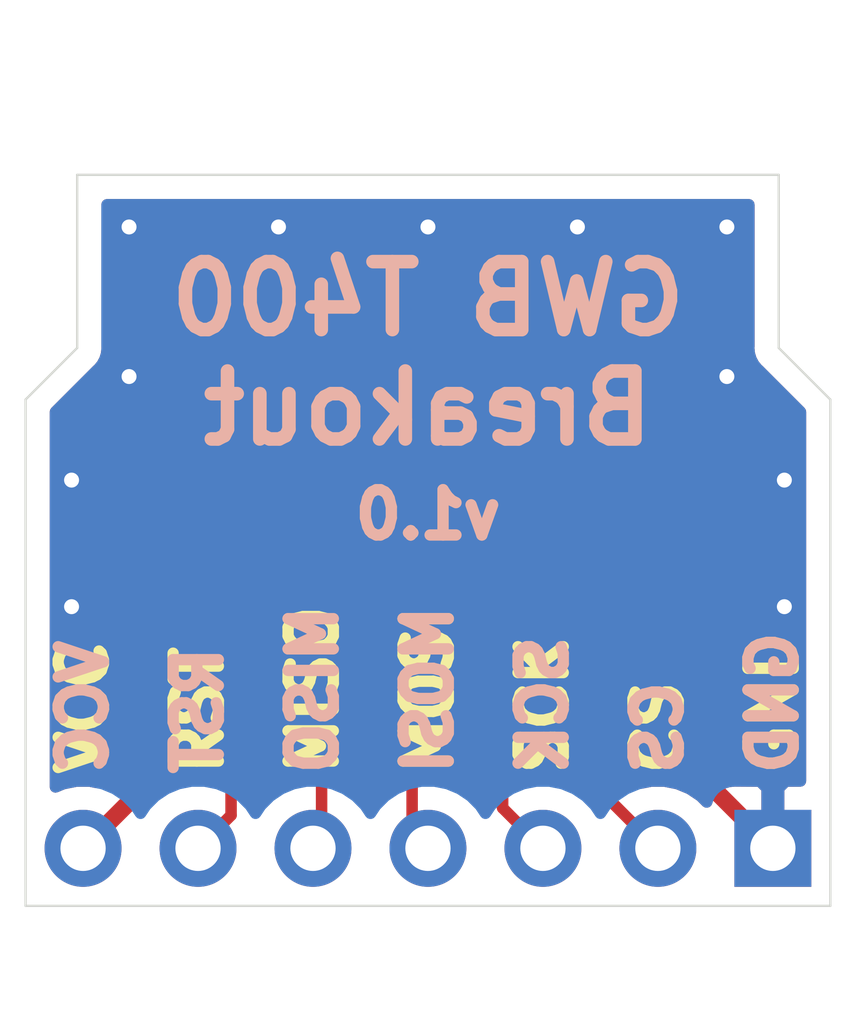
<source format=kicad_pcb>
(kicad_pcb (version 20171130) (host pcbnew "(5.1.10-1-10_14)")

  (general
    (thickness 1.6)
    (drawings 24)
    (tracks 25)
    (zones 0)
    (modules 2)
    (nets 8)
  )

  (page A4)
  (layers
    (0 F.Cu signal)
    (31 B.Cu signal)
    (32 B.Adhes user)
    (33 F.Adhes user)
    (34 B.Paste user)
    (35 F.Paste user)
    (36 B.SilkS user)
    (37 F.SilkS user)
    (38 B.Mask user)
    (39 F.Mask user)
    (40 Dwgs.User user)
    (41 Cmts.User user)
    (42 Eco1.User user)
    (43 Eco2.User user)
    (44 Edge.Cuts user)
    (45 Margin user)
    (46 B.CrtYd user)
    (47 F.CrtYd user)
    (48 B.Fab user)
    (49 F.Fab user)
  )

  (setup
    (last_trace_width 0.1524)
    (user_trace_width 0.254)
    (user_trace_width 0.381)
    (trace_clearance 0.1524)
    (zone_clearance 0.508)
    (zone_45_only no)
    (trace_min 0.1524)
    (via_size 0.6858)
    (via_drill 0.3302)
    (via_min_size 0.6858)
    (via_min_drill 0.3302)
    (uvia_size 0.6858)
    (uvia_drill 0.3302)
    (uvias_allowed no)
    (uvia_min_size 0.6858)
    (uvia_min_drill 0.3302)
    (edge_width 0.05)
    (segment_width 0.2)
    (pcb_text_width 0.3)
    (pcb_text_size 1.5 1.5)
    (mod_edge_width 0.12)
    (mod_text_size 1 1)
    (mod_text_width 0.15)
    (pad_size 1.524 1.524)
    (pad_drill 0.762)
    (pad_to_mask_clearance 0.0508)
    (solder_mask_min_width 0.0508)
    (aux_axis_origin 0 0)
    (visible_elements FFFFFF7F)
    (pcbplotparams
      (layerselection 0x010fc_ffffffff)
      (usegerberextensions false)
      (usegerberattributes true)
      (usegerberadvancedattributes true)
      (creategerberjobfile true)
      (excludeedgelayer true)
      (linewidth 0.100000)
      (plotframeref false)
      (viasonmask false)
      (mode 1)
      (useauxorigin false)
      (hpglpennumber 1)
      (hpglpenspeed 20)
      (hpglpendiameter 15.000000)
      (psnegative false)
      (psa4output false)
      (plotreference true)
      (plotvalue true)
      (plotinvisibletext false)
      (padsonsilk false)
      (subtractmaskfromsilk false)
      (outputformat 1)
      (mirror false)
      (drillshape 1)
      (scaleselection 1)
      (outputdirectory ""))
  )

  (net 0 "")
  (net 1 "Net-(J1-Pad1)")
  (net 2 "Net-(J1-Pad2)")
  (net 3 "Net-(J1-Pad3)")
  (net 4 "Net-(J1-Pad4)")
  (net 5 "Net-(J1-Pad5)")
  (net 6 "Net-(J1-Pad6)")
  (net 7 "Net-(J1-Pad7)")

  (net_class Default "This is the default net class."
    (clearance 0.1524)
    (trace_width 0.1524)
    (via_dia 0.6858)
    (via_drill 0.3302)
    (uvia_dia 0.6858)
    (uvia_drill 0.3302)
    (add_net "Net-(J1-Pad1)")
    (add_net "Net-(J1-Pad2)")
    (add_net "Net-(J1-Pad3)")
    (add_net "Net-(J1-Pad4)")
    (add_net "Net-(J1-Pad5)")
    (add_net "Net-(J1-Pad6)")
    (add_net "Net-(J1-Pad7)")
  )

  (module gwb-t400-breakout:PinHeader_1x07_P2.54mm_Vertical (layer F.Cu) (tedit 615E39AD) (tstamp 615AC281)
    (at 140.97 134.366 270)
    (descr "Through hole straight pin header, 1x07, 2.54mm pitch, single row")
    (tags "Through hole pin header THT 1x07 2.54mm single row")
    (path /615A57F6)
    (fp_text reference J1 (at 3.048 -1.143 180) (layer F.Fab)
      (effects (font (size 1 1) (thickness 0.15)))
    )
    (fp_text value Conn_01x07_Male (at 3.048 7.493 180) (layer F.Fab)
      (effects (font (size 1 1) (thickness 0.15)))
    )
    (fp_line (start 1.8 -1.8) (end -1.8 -1.8) (layer F.CrtYd) (width 0.05))
    (fp_line (start 1.8 17.05) (end 1.8 -1.8) (layer F.CrtYd) (width 0.05))
    (fp_line (start -1.8 17.05) (end 1.8 17.05) (layer F.CrtYd) (width 0.05))
    (fp_line (start -1.8 -1.8) (end -1.8 17.05) (layer F.CrtYd) (width 0.05))
    (fp_line (start -1.27 -0.635) (end -0.635 -1.27) (layer F.Fab) (width 0.1))
    (fp_line (start -1.27 16.51) (end -1.27 -0.635) (layer F.Fab) (width 0.1))
    (fp_line (start 1.27 16.51) (end -1.27 16.51) (layer F.Fab) (width 0.1))
    (fp_line (start 1.27 -1.27) (end 1.27 16.51) (layer F.Fab) (width 0.1))
    (fp_line (start -0.635 -1.27) (end 1.27 -1.27) (layer F.Fab) (width 0.1))
    (fp_text user %R (at 0 7.62) (layer F.Fab)
      (effects (font (size 1 1) (thickness 0.15)))
    )
    (pad 7 thru_hole oval (at 0 15.24 270) (size 1.7 1.7) (drill 1) (layers *.Cu *.Mask)
      (net 7 "Net-(J1-Pad7)"))
    (pad 6 thru_hole oval (at 0 12.7 270) (size 1.7 1.7) (drill 1) (layers *.Cu *.Mask)
      (net 6 "Net-(J1-Pad6)"))
    (pad 5 thru_hole oval (at 0 10.16 270) (size 1.7 1.7) (drill 1) (layers *.Cu *.Mask)
      (net 5 "Net-(J1-Pad5)"))
    (pad 4 thru_hole oval (at 0 7.62 270) (size 1.7 1.7) (drill 1) (layers *.Cu *.Mask)
      (net 4 "Net-(J1-Pad4)"))
    (pad 3 thru_hole oval (at 0 5.08 270) (size 1.7 1.7) (drill 1) (layers *.Cu *.Mask)
      (net 3 "Net-(J1-Pad3)"))
    (pad 2 thru_hole oval (at 0 2.54 270) (size 1.7 1.7) (drill 1) (layers *.Cu *.Mask)
      (net 2 "Net-(J1-Pad2)"))
    (pad 1 thru_hole rect (at 0 0 270) (size 1.7 1.7) (drill 1) (layers *.Cu *.Mask)
      (net 1 "Net-(J1-Pad1)"))
    (model ${KISYS3DMOD}/Connector_PinHeader_2.54mm.3dshapes/PinHeader_1x07_P2.54mm_Vertical.wrl
      (at (xyz 0 0 0))
      (scale (xyz 1 1 1))
      (rotate (xyz 0 0 0))
    )
  )

  (module gwb-t400-breakout:gwb_module (layer F.Cu) (tedit 615A6ACC) (tstamp 615AC3F2)
    (at 127 127)
    (path /615B2D20)
    (fp_text reference U1 (at -1 -3.81) (layer F.Fab)
      (effects (font (size 1 1) (thickness 0.15)) (justify left))
    )
    (fp_text value gwb-module (at -1 -6.35) (layer F.Fab)
      (effects (font (size 1 1) (thickness 0.15)) (justify left))
    )
    (fp_line (start -1.4 -7.5) (end 14.1 -7.5) (layer F.Fab) (width 0.12))
    (fp_line (start -1.4 0) (end 14.1 0) (layer F.Fab) (width 0.12))
    (fp_line (start -1.4 -11.3) (end 14.1 -11.3) (layer F.Fab) (width 0.12))
    (fp_line (start 14.1 0) (end 14.1 -11.3) (layer F.Fab) (width 0.12))
    (fp_line (start -1.4 0) (end -1.4 -11.3) (layer F.Fab) (width 0.12))
    (fp_circle (center 2.6 -9.8) (end 3.6 -9.8) (layer F.Fab) (width 0.12))
    (pad 1 smd rect (at 0 0) (size 1 3) (layers F.Cu F.Paste F.Mask)
      (net 7 "Net-(J1-Pad7)"))
    (pad 2 smd rect (at 2 0) (size 1 3) (layers F.Cu F.Paste F.Mask)
      (net 6 "Net-(J1-Pad6)"))
    (pad 3 smd rect (at 4 0) (size 1 3) (layers F.Cu F.Paste F.Mask)
      (net 5 "Net-(J1-Pad5)"))
    (pad 4 smd rect (at 6 0) (size 1 3) (layers F.Cu F.Paste F.Mask)
      (net 4 "Net-(J1-Pad4)"))
    (pad 5 smd rect (at 8 0) (size 1 3) (layers F.Cu F.Paste F.Mask)
      (net 3 "Net-(J1-Pad3)"))
    (pad 6 smd rect (at 10 0) (size 1 3) (layers F.Cu F.Paste F.Mask)
      (net 2 "Net-(J1-Pad2)"))
    (pad 7 smd rect (at 12 0) (size 1 3) (layers F.Cu F.Paste F.Mask)
      (net 1 "Net-(J1-Pad1)"))
  )

  (gr_text v1.0 (at 133.35 127) (layer B.SilkS)
    (effects (font (size 1 1) (thickness 0.25)) (justify mirror))
  )
  (gr_text GND (at 140.97 132.842 90) (layer B.SilkS) (tstamp 615EA44A)
    (effects (font (size 1 1) (thickness 0.25)) (justify right mirror))
  )
  (gr_text CS (at 138.43 132.842 90) (layer B.SilkS) (tstamp 615EA446)
    (effects (font (size 1 1) (thickness 0.25)) (justify right mirror))
  )
  (gr_text SCK (at 135.89 132.842 90) (layer B.SilkS) (tstamp 615EA442)
    (effects (font (size 1 1) (thickness 0.25)) (justify right mirror))
  )
  (gr_text MOSI (at 133.35 132.842 90) (layer B.SilkS) (tstamp 615EA43E)
    (effects (font (size 1 1) (thickness 0.25)) (justify right mirror))
  )
  (gr_text MISO (at 130.81 132.842 90) (layer B.SilkS) (tstamp 615EA43A)
    (effects (font (size 1 1) (thickness 0.25)) (justify right mirror))
  )
  (gr_text RST (at 128.27 132.842 90) (layer B.SilkS) (tstamp 615EA436)
    (effects (font (size 1 1) (thickness 0.25)) (justify right mirror))
  )
  (gr_text VCC (at 125.73 132.842 90) (layer B.SilkS) (tstamp 615EA432)
    (effects (font (size 1 1) (thickness 0.25)) (justify right mirror))
  )
  (gr_text "GWB T400\nBreakout" (at 133.35 123.444) (layer B.SilkS)
    (effects (font (size 1.5 1.5) (thickness 0.3)) (justify mirror))
  )
  (gr_line (start 124.46 135.636) (end 142.24 135.636) (layer Edge.Cuts) (width 0.05))
  (gr_line (start 124.46 124.46) (end 124.46 135.636) (layer Edge.Cuts) (width 0.05))
  (gr_line (start 124.46 124.46) (end 125.60046 123.31954) (layer Edge.Cuts) (width 0.05))
  (gr_line (start 125.60046 123.31954) (end 125.60046 119.49938) (layer Edge.Cuts) (width 0.05))
  (gr_line (start 141.09954 119.49938) (end 125.60046 119.49938) (layer Edge.Cuts) (width 0.05))
  (gr_line (start 141.09954 123.31954) (end 141.09954 119.49938) (layer Edge.Cuts) (width 0.05))
  (gr_line (start 142.24 124.46) (end 141.09954 123.31954) (layer Edge.Cuts) (width 0.05))
  (gr_line (start 142.24 124.46) (end 142.24 135.636) (layer Edge.Cuts) (width 0.05))
  (gr_text GND (at 140.97 132.842 90) (layer F.SilkS)
    (effects (font (size 1 1) (thickness 0.25)) (justify left))
  )
  (gr_text CS (at 138.43 132.842 90) (layer F.SilkS)
    (effects (font (size 1 1) (thickness 0.25)) (justify left))
  )
  (gr_text SCK (at 135.89 132.842 90) (layer F.SilkS)
    (effects (font (size 1 1) (thickness 0.25)) (justify left))
  )
  (gr_text MOSI (at 133.35 132.842 90) (layer F.SilkS)
    (effects (font (size 1 1) (thickness 0.25)) (justify left))
  )
  (gr_text MISO (at 130.81 132.842 90) (layer F.SilkS)
    (effects (font (size 1 1) (thickness 0.25)) (justify left))
  )
  (gr_text RST (at 128.27 132.842 90) (layer F.SilkS)
    (effects (font (size 1 1) (thickness 0.25)) (justify left))
  )
  (gr_text VCC (at 125.73 132.842 90) (layer F.SilkS)
    (effects (font (size 1 1) (thickness 0.25)) (justify left))
  )

  (segment (start 139 132.396) (end 140.97 134.366) (width 0.381) (layer F.Cu) (net 1))
  (segment (start 139 127) (end 139 132.396) (width 0.381) (layer F.Cu) (net 1))
  (via (at 133.35 120.65) (size 0.6858) (drill 0.3302) (layers F.Cu B.Cu) (net 1))
  (via (at 130.048 120.65) (size 0.6858) (drill 0.3302) (layers F.Cu B.Cu) (net 1))
  (via (at 126.746 120.65) (size 0.6858) (drill 0.3302) (layers F.Cu B.Cu) (net 1))
  (via (at 126.746 123.952) (size 0.6858) (drill 0.3302) (layers F.Cu B.Cu) (net 1))
  (via (at 136.652 120.65) (size 0.6858) (drill 0.3302) (layers F.Cu B.Cu) (net 1))
  (via (at 139.954 120.65) (size 0.6858) (drill 0.3302) (layers F.Cu B.Cu) (net 1))
  (via (at 139.954 123.952) (size 0.6858) (drill 0.3302) (layers F.Cu B.Cu) (net 1))
  (via (at 141.224 129.032) (size 0.6858) (drill 0.3302) (layers F.Cu B.Cu) (net 1))
  (via (at 125.476 129.032) (size 0.6858) (drill 0.3302) (layers F.Cu B.Cu) (net 1))
  (via (at 141.224 126.238) (size 0.6858) (drill 0.3302) (layers F.Cu B.Cu) (net 1) (tstamp 615EA68A))
  (via (at 125.476 126.238) (size 0.6858) (drill 0.3302) (layers F.Cu B.Cu) (net 1) (tstamp 615EABAB))
  (segment (start 137 132.936) (end 138.43 134.366) (width 0.254) (layer F.Cu) (net 2))
  (segment (start 137 127) (end 137 132.936) (width 0.254) (layer F.Cu) (net 2))
  (segment (start 135 133.476) (end 135.89 134.366) (width 0.254) (layer F.Cu) (net 3))
  (segment (start 135 127) (end 135 133.476) (width 0.254) (layer F.Cu) (net 3))
  (segment (start 133 134.016) (end 133.35 134.366) (width 0.254) (layer F.Cu) (net 4))
  (segment (start 133 127) (end 133 134.016) (width 0.254) (layer F.Cu) (net 4))
  (segment (start 131 134.176) (end 130.81 134.366) (width 0.254) (layer F.Cu) (net 5))
  (segment (start 131 127) (end 131 134.176) (width 0.254) (layer F.Cu) (net 5))
  (segment (start 129 133.636) (end 128.27 134.366) (width 0.254) (layer F.Cu) (net 6))
  (segment (start 129 127) (end 129 133.636) (width 0.254) (layer F.Cu) (net 6))
  (segment (start 127 133.096) (end 125.73 134.366) (width 0.381) (layer F.Cu) (net 7))
  (segment (start 127 127) (end 127 133.096) (width 0.381) (layer F.Cu) (net 7))

  (zone (net 1) (net_name "Net-(J1-Pad1)") (layer F.Cu) (tstamp 0) (hatch edge 0.508)
    (connect_pads (clearance 0.508))
    (min_thickness 0.254)
    (fill yes (arc_segments 32) (thermal_gap 0.508) (thermal_bridge_width 0.508))
    (polygon
      (pts
        (xy 142.494 135.89) (xy 124.206 135.89) (xy 124.206 119.126) (xy 142.621 119.126)
      )
    )
    (filled_polygon
      (pts
        (xy 140.43954 123.287131) (xy 140.436348 123.31954) (xy 140.43954 123.351949) (xy 140.43954 123.351958) (xy 140.44909 123.448922)
        (xy 140.48683 123.573332) (xy 140.548115 123.68799) (xy 140.596229 123.746616) (xy 140.630592 123.788488) (xy 140.655776 123.809156)
        (xy 141.58 124.733381) (xy 141.580001 132.879235) (xy 141.25575 132.881) (xy 141.097 133.03975) (xy 141.097 134.239)
        (xy 141.117 134.239) (xy 141.117 134.493) (xy 141.097 134.493) (xy 141.097 134.513) (xy 140.843 134.513)
        (xy 140.843 134.493) (xy 140.823 134.493) (xy 140.823 134.239) (xy 140.843 134.239) (xy 140.843 133.03975)
        (xy 140.68425 132.881) (xy 140.12 132.877928) (xy 139.995518 132.890188) (xy 139.87582 132.926498) (xy 139.765506 132.985463)
        (xy 139.668815 133.064815) (xy 139.589463 133.161506) (xy 139.530498 133.27182) (xy 139.508487 133.34438) (xy 139.376632 133.212525)
        (xy 139.133411 133.05001) (xy 138.863158 132.938068) (xy 138.57626 132.881) (xy 138.28374 132.881) (xy 138.065952 132.924321)
        (xy 137.762 132.62037) (xy 137.762 129.079977) (xy 137.854494 129.030537) (xy 137.951185 128.951185) (xy 138 128.891704)
        (xy 138.048815 128.951185) (xy 138.145506 129.030537) (xy 138.25582 129.089502) (xy 138.375518 129.125812) (xy 138.5 129.138072)
        (xy 138.71425 129.135) (xy 138.873 128.97625) (xy 138.873 127.127) (xy 139.127 127.127) (xy 139.127 128.97625)
        (xy 139.28575 129.135) (xy 139.5 129.138072) (xy 139.624482 129.125812) (xy 139.74418 129.089502) (xy 139.854494 129.030537)
        (xy 139.951185 128.951185) (xy 140.030537 128.854494) (xy 140.089502 128.74418) (xy 140.125812 128.624482) (xy 140.138072 128.5)
        (xy 140.135 127.28575) (xy 139.97625 127.127) (xy 139.127 127.127) (xy 138.873 127.127) (xy 138.853 127.127)
        (xy 138.853 126.873) (xy 138.873 126.873) (xy 138.873 125.02375) (xy 139.127 125.02375) (xy 139.127 126.873)
        (xy 139.97625 126.873) (xy 140.135 126.71425) (xy 140.138072 125.5) (xy 140.125812 125.375518) (xy 140.089502 125.25582)
        (xy 140.030537 125.145506) (xy 139.951185 125.048815) (xy 139.854494 124.969463) (xy 139.74418 124.910498) (xy 139.624482 124.874188)
        (xy 139.5 124.861928) (xy 139.28575 124.865) (xy 139.127 125.02375) (xy 138.873 125.02375) (xy 138.71425 124.865)
        (xy 138.5 124.861928) (xy 138.375518 124.874188) (xy 138.25582 124.910498) (xy 138.145506 124.969463) (xy 138.048815 125.048815)
        (xy 138 125.108296) (xy 137.951185 125.048815) (xy 137.854494 124.969463) (xy 137.74418 124.910498) (xy 137.624482 124.874188)
        (xy 137.5 124.861928) (xy 136.5 124.861928) (xy 136.375518 124.874188) (xy 136.25582 124.910498) (xy 136.145506 124.969463)
        (xy 136.048815 125.048815) (xy 136 125.108296) (xy 135.951185 125.048815) (xy 135.854494 124.969463) (xy 135.74418 124.910498)
        (xy 135.624482 124.874188) (xy 135.5 124.861928) (xy 134.5 124.861928) (xy 134.375518 124.874188) (xy 134.25582 124.910498)
        (xy 134.145506 124.969463) (xy 134.048815 125.048815) (xy 134 125.108296) (xy 133.951185 125.048815) (xy 133.854494 124.969463)
        (xy 133.74418 124.910498) (xy 133.624482 124.874188) (xy 133.5 124.861928) (xy 132.5 124.861928) (xy 132.375518 124.874188)
        (xy 132.25582 124.910498) (xy 132.145506 124.969463) (xy 132.048815 125.048815) (xy 132 125.108296) (xy 131.951185 125.048815)
        (xy 131.854494 124.969463) (xy 131.74418 124.910498) (xy 131.624482 124.874188) (xy 131.5 124.861928) (xy 130.5 124.861928)
        (xy 130.375518 124.874188) (xy 130.25582 124.910498) (xy 130.145506 124.969463) (xy 130.048815 125.048815) (xy 130 125.108296)
        (xy 129.951185 125.048815) (xy 129.854494 124.969463) (xy 129.74418 124.910498) (xy 129.624482 124.874188) (xy 129.5 124.861928)
        (xy 128.5 124.861928) (xy 128.375518 124.874188) (xy 128.25582 124.910498) (xy 128.145506 124.969463) (xy 128.048815 125.048815)
        (xy 128 125.108296) (xy 127.951185 125.048815) (xy 127.854494 124.969463) (xy 127.74418 124.910498) (xy 127.624482 124.874188)
        (xy 127.5 124.861928) (xy 126.5 124.861928) (xy 126.375518 124.874188) (xy 126.25582 124.910498) (xy 126.145506 124.969463)
        (xy 126.048815 125.048815) (xy 125.969463 125.145506) (xy 125.910498 125.25582) (xy 125.874188 125.375518) (xy 125.861928 125.5)
        (xy 125.861928 128.5) (xy 125.874188 128.624482) (xy 125.910498 128.74418) (xy 125.969463 128.854494) (xy 126.048815 128.951185)
        (xy 126.145506 129.030537) (xy 126.1745 129.046035) (xy 126.174501 132.754066) (xy 126.019145 132.909422) (xy 125.87626 132.881)
        (xy 125.58374 132.881) (xy 125.296842 132.938068) (xy 125.12 133.011318) (xy 125.12 124.73338) (xy 126.04423 123.809151)
        (xy 126.069408 123.788488) (xy 126.090074 123.763307) (xy 126.151885 123.687991) (xy 126.21317 123.573333) (xy 126.21317 123.573332)
        (xy 126.25091 123.448923) (xy 126.26046 123.351959) (xy 126.26046 123.351949) (xy 126.263652 123.31954) (xy 126.26046 123.287131)
        (xy 126.26046 120.15938) (xy 140.439541 120.15938)
      )
    )
  )
  (zone (net 1) (net_name "Net-(J1-Pad1)") (layer B.Cu) (tstamp 0) (hatch edge 0.508)
    (connect_pads (clearance 0.508))
    (min_thickness 0.254)
    (fill yes (arc_segments 32) (thermal_gap 0.508) (thermal_bridge_width 0.508))
    (polygon
      (pts
        (xy 142.621 136.017) (xy 124.079 136.017) (xy 124.079 118.999) (xy 142.748 118.999)
      )
    )
    (filled_polygon
      (pts
        (xy 140.43954 123.287131) (xy 140.436348 123.31954) (xy 140.43954 123.351949) (xy 140.43954 123.351958) (xy 140.44909 123.448922)
        (xy 140.48683 123.573332) (xy 140.548115 123.68799) (xy 140.596229 123.746616) (xy 140.630592 123.788488) (xy 140.655776 123.809156)
        (xy 141.58 124.733381) (xy 141.580001 132.879235) (xy 141.25575 132.881) (xy 141.097 133.03975) (xy 141.097 134.239)
        (xy 141.117 134.239) (xy 141.117 134.493) (xy 141.097 134.493) (xy 141.097 134.513) (xy 140.843 134.513)
        (xy 140.843 134.493) (xy 140.823 134.493) (xy 140.823 134.239) (xy 140.843 134.239) (xy 140.843 133.03975)
        (xy 140.68425 132.881) (xy 140.12 132.877928) (xy 139.995518 132.890188) (xy 139.87582 132.926498) (xy 139.765506 132.985463)
        (xy 139.668815 133.064815) (xy 139.589463 133.161506) (xy 139.530498 133.27182) (xy 139.508487 133.34438) (xy 139.376632 133.212525)
        (xy 139.133411 133.05001) (xy 138.863158 132.938068) (xy 138.57626 132.881) (xy 138.28374 132.881) (xy 137.996842 132.938068)
        (xy 137.726589 133.05001) (xy 137.483368 133.212525) (xy 137.276525 133.419368) (xy 137.16 133.59376) (xy 137.043475 133.419368)
        (xy 136.836632 133.212525) (xy 136.593411 133.05001) (xy 136.323158 132.938068) (xy 136.03626 132.881) (xy 135.74374 132.881)
        (xy 135.456842 132.938068) (xy 135.186589 133.05001) (xy 134.943368 133.212525) (xy 134.736525 133.419368) (xy 134.62 133.59376)
        (xy 134.503475 133.419368) (xy 134.296632 133.212525) (xy 134.053411 133.05001) (xy 133.783158 132.938068) (xy 133.49626 132.881)
        (xy 133.20374 132.881) (xy 132.916842 132.938068) (xy 132.646589 133.05001) (xy 132.403368 133.212525) (xy 132.196525 133.419368)
        (xy 132.08 133.59376) (xy 131.963475 133.419368) (xy 131.756632 133.212525) (xy 131.513411 133.05001) (xy 131.243158 132.938068)
        (xy 130.95626 132.881) (xy 130.66374 132.881) (xy 130.376842 132.938068) (xy 130.106589 133.05001) (xy 129.863368 133.212525)
        (xy 129.656525 133.419368) (xy 129.54 133.59376) (xy 129.423475 133.419368) (xy 129.216632 133.212525) (xy 128.973411 133.05001)
        (xy 128.703158 132.938068) (xy 128.41626 132.881) (xy 128.12374 132.881) (xy 127.836842 132.938068) (xy 127.566589 133.05001)
        (xy 127.323368 133.212525) (xy 127.116525 133.419368) (xy 127 133.59376) (xy 126.883475 133.419368) (xy 126.676632 133.212525)
        (xy 126.433411 133.05001) (xy 126.163158 132.938068) (xy 125.87626 132.881) (xy 125.58374 132.881) (xy 125.296842 132.938068)
        (xy 125.12 133.011318) (xy 125.12 124.73338) (xy 126.04423 123.809151) (xy 126.069408 123.788488) (xy 126.090074 123.763307)
        (xy 126.151885 123.687991) (xy 126.21317 123.573333) (xy 126.21317 123.573332) (xy 126.25091 123.448923) (xy 126.26046 123.351959)
        (xy 126.26046 123.351949) (xy 126.263652 123.31954) (xy 126.26046 123.287131) (xy 126.26046 120.15938) (xy 140.439541 120.15938)
      )
    )
  )
)

</source>
